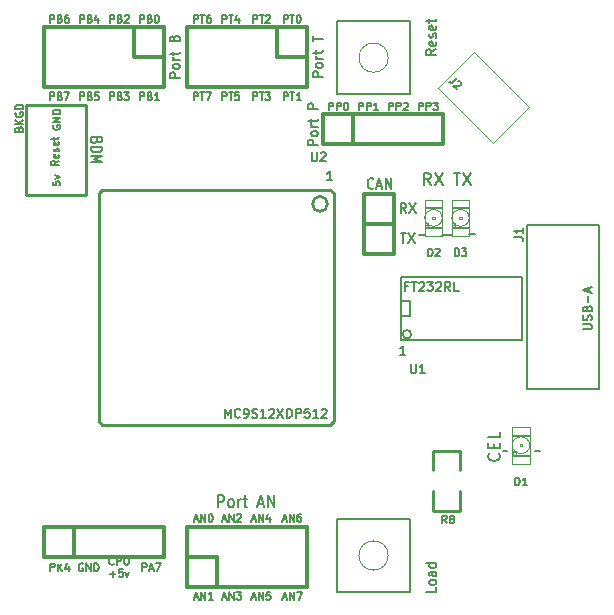
<source format=gto>
G04 #@! TF.FileFunction,Legend,Top*
%FSLAX46Y46*%
G04 Gerber Fmt 4.6, Leading zero omitted, Abs format (unit mm)*
G04 Created by KiCad (PCBNEW 4.0.2+dfsg1-stable) date Fri 18 May 2018 22:31:55 NZST*
%MOMM*%
G01*
G04 APERTURE LIST*
%ADD10C,0.150000*%
%ADD11C,0.170000*%
%ADD12C,0.127000*%
%ADD13C,0.203200*%
%ADD14C,0.177800*%
%ADD15C,0.190000*%
%ADD16C,0.152400*%
%ADD17C,0.304800*%
%ADD18C,0.050800*%
%ADD19C,0.025400*%
%ADD20C,0.101600*%
%ADD21C,0.066040*%
%ADD22C,0.254000*%
%ADD23C,0.031750*%
G04 APERTURE END LIST*
D10*
D11*
X139590476Y-75204524D02*
X140047619Y-75204524D01*
X139819048Y-76054524D02*
X139819048Y-75204524D01*
X140238096Y-75204524D02*
X140771429Y-76054524D01*
X140771429Y-75204524D02*
X140238096Y-76054524D01*
X140066667Y-73514524D02*
X139800000Y-73109762D01*
X139609524Y-73514524D02*
X139609524Y-72664524D01*
X139914286Y-72664524D01*
X139990477Y-72705000D01*
X140028572Y-72745476D01*
X140066667Y-72826429D01*
X140066667Y-72947857D01*
X140028572Y-73028810D01*
X139990477Y-73069286D01*
X139914286Y-73109762D01*
X139609524Y-73109762D01*
X140333334Y-72664524D02*
X140866667Y-73514524D01*
X140866667Y-72664524D02*
X140333334Y-73514524D01*
X137285715Y-71353571D02*
X137247620Y-71394048D01*
X137133334Y-71434524D01*
X137057144Y-71434524D01*
X136942858Y-71394048D01*
X136866667Y-71313095D01*
X136828572Y-71232143D01*
X136790477Y-71070238D01*
X136790477Y-70948810D01*
X136828572Y-70786905D01*
X136866667Y-70705952D01*
X136942858Y-70625000D01*
X137057144Y-70584524D01*
X137133334Y-70584524D01*
X137247620Y-70625000D01*
X137285715Y-70665476D01*
X137590477Y-71191667D02*
X137971429Y-71191667D01*
X137514286Y-71434524D02*
X137780953Y-70584524D01*
X138047620Y-71434524D01*
X138314286Y-71434524D02*
X138314286Y-70584524D01*
X138771429Y-71434524D01*
X138771429Y-70584524D01*
D12*
X109903809Y-63937262D02*
X109903809Y-63302262D01*
X110145714Y-63302262D01*
X110206190Y-63332500D01*
X110236429Y-63362738D01*
X110266667Y-63423214D01*
X110266667Y-63513929D01*
X110236429Y-63574405D01*
X110206190Y-63604643D01*
X110145714Y-63634881D01*
X109903809Y-63634881D01*
X110750476Y-63604643D02*
X110841190Y-63634881D01*
X110871429Y-63665119D01*
X110901667Y-63725595D01*
X110901667Y-63816310D01*
X110871429Y-63876786D01*
X110841190Y-63907024D01*
X110780714Y-63937262D01*
X110538809Y-63937262D01*
X110538809Y-63302262D01*
X110750476Y-63302262D01*
X110810952Y-63332500D01*
X110841190Y-63362738D01*
X110871429Y-63423214D01*
X110871429Y-63483690D01*
X110841190Y-63544167D01*
X110810952Y-63574405D01*
X110750476Y-63604643D01*
X110538809Y-63604643D01*
X111113333Y-63302262D02*
X111536667Y-63302262D01*
X111264524Y-63937262D01*
X112443809Y-63937262D02*
X112443809Y-63302262D01*
X112685714Y-63302262D01*
X112746190Y-63332500D01*
X112776429Y-63362738D01*
X112806667Y-63423214D01*
X112806667Y-63513929D01*
X112776429Y-63574405D01*
X112746190Y-63604643D01*
X112685714Y-63634881D01*
X112443809Y-63634881D01*
X113290476Y-63604643D02*
X113381190Y-63634881D01*
X113411429Y-63665119D01*
X113441667Y-63725595D01*
X113441667Y-63816310D01*
X113411429Y-63876786D01*
X113381190Y-63907024D01*
X113320714Y-63937262D01*
X113078809Y-63937262D01*
X113078809Y-63302262D01*
X113290476Y-63302262D01*
X113350952Y-63332500D01*
X113381190Y-63362738D01*
X113411429Y-63423214D01*
X113411429Y-63483690D01*
X113381190Y-63544167D01*
X113350952Y-63574405D01*
X113290476Y-63604643D01*
X113078809Y-63604643D01*
X114016190Y-63302262D02*
X113713809Y-63302262D01*
X113683571Y-63604643D01*
X113713809Y-63574405D01*
X113774286Y-63544167D01*
X113925476Y-63544167D01*
X113985952Y-63574405D01*
X114016190Y-63604643D01*
X114046429Y-63665119D01*
X114046429Y-63816310D01*
X114016190Y-63876786D01*
X113985952Y-63907024D01*
X113925476Y-63937262D01*
X113774286Y-63937262D01*
X113713809Y-63907024D01*
X113683571Y-63876786D01*
X114983809Y-63937262D02*
X114983809Y-63302262D01*
X115225714Y-63302262D01*
X115286190Y-63332500D01*
X115316429Y-63362738D01*
X115346667Y-63423214D01*
X115346667Y-63513929D01*
X115316429Y-63574405D01*
X115286190Y-63604643D01*
X115225714Y-63634881D01*
X114983809Y-63634881D01*
X115830476Y-63604643D02*
X115921190Y-63634881D01*
X115951429Y-63665119D01*
X115981667Y-63725595D01*
X115981667Y-63816310D01*
X115951429Y-63876786D01*
X115921190Y-63907024D01*
X115860714Y-63937262D01*
X115618809Y-63937262D01*
X115618809Y-63302262D01*
X115830476Y-63302262D01*
X115890952Y-63332500D01*
X115921190Y-63362738D01*
X115951429Y-63423214D01*
X115951429Y-63483690D01*
X115921190Y-63544167D01*
X115890952Y-63574405D01*
X115830476Y-63604643D01*
X115618809Y-63604643D01*
X116193333Y-63302262D02*
X116586429Y-63302262D01*
X116374762Y-63544167D01*
X116465476Y-63544167D01*
X116525952Y-63574405D01*
X116556190Y-63604643D01*
X116586429Y-63665119D01*
X116586429Y-63816310D01*
X116556190Y-63876786D01*
X116525952Y-63907024D01*
X116465476Y-63937262D01*
X116284048Y-63937262D01*
X116223571Y-63907024D01*
X116193333Y-63876786D01*
X117523809Y-63937262D02*
X117523809Y-63302262D01*
X117765714Y-63302262D01*
X117826190Y-63332500D01*
X117856429Y-63362738D01*
X117886667Y-63423214D01*
X117886667Y-63513929D01*
X117856429Y-63574405D01*
X117826190Y-63604643D01*
X117765714Y-63634881D01*
X117523809Y-63634881D01*
X118370476Y-63604643D02*
X118461190Y-63634881D01*
X118491429Y-63665119D01*
X118521667Y-63725595D01*
X118521667Y-63816310D01*
X118491429Y-63876786D01*
X118461190Y-63907024D01*
X118400714Y-63937262D01*
X118158809Y-63937262D01*
X118158809Y-63302262D01*
X118370476Y-63302262D01*
X118430952Y-63332500D01*
X118461190Y-63362738D01*
X118491429Y-63423214D01*
X118491429Y-63483690D01*
X118461190Y-63544167D01*
X118430952Y-63574405D01*
X118370476Y-63604643D01*
X118158809Y-63604643D01*
X119126429Y-63937262D02*
X118763571Y-63937262D01*
X118945000Y-63937262D02*
X118945000Y-63302262D01*
X118884524Y-63392976D01*
X118824048Y-63453452D01*
X118763571Y-63483690D01*
X109903809Y-57387262D02*
X109903809Y-56752262D01*
X110145714Y-56752262D01*
X110206190Y-56782500D01*
X110236429Y-56812738D01*
X110266667Y-56873214D01*
X110266667Y-56963929D01*
X110236429Y-57024405D01*
X110206190Y-57054643D01*
X110145714Y-57084881D01*
X109903809Y-57084881D01*
X110750476Y-57054643D02*
X110841190Y-57084881D01*
X110871429Y-57115119D01*
X110901667Y-57175595D01*
X110901667Y-57266310D01*
X110871429Y-57326786D01*
X110841190Y-57357024D01*
X110780714Y-57387262D01*
X110538809Y-57387262D01*
X110538809Y-56752262D01*
X110750476Y-56752262D01*
X110810952Y-56782500D01*
X110841190Y-56812738D01*
X110871429Y-56873214D01*
X110871429Y-56933690D01*
X110841190Y-56994167D01*
X110810952Y-57024405D01*
X110750476Y-57054643D01*
X110538809Y-57054643D01*
X111445952Y-56752262D02*
X111325000Y-56752262D01*
X111264524Y-56782500D01*
X111234286Y-56812738D01*
X111173809Y-56903452D01*
X111143571Y-57024405D01*
X111143571Y-57266310D01*
X111173809Y-57326786D01*
X111204048Y-57357024D01*
X111264524Y-57387262D01*
X111385476Y-57387262D01*
X111445952Y-57357024D01*
X111476190Y-57326786D01*
X111506429Y-57266310D01*
X111506429Y-57115119D01*
X111476190Y-57054643D01*
X111445952Y-57024405D01*
X111385476Y-56994167D01*
X111264524Y-56994167D01*
X111204048Y-57024405D01*
X111173809Y-57054643D01*
X111143571Y-57115119D01*
X112443809Y-57387262D02*
X112443809Y-56752262D01*
X112685714Y-56752262D01*
X112746190Y-56782500D01*
X112776429Y-56812738D01*
X112806667Y-56873214D01*
X112806667Y-56963929D01*
X112776429Y-57024405D01*
X112746190Y-57054643D01*
X112685714Y-57084881D01*
X112443809Y-57084881D01*
X113290476Y-57054643D02*
X113381190Y-57084881D01*
X113411429Y-57115119D01*
X113441667Y-57175595D01*
X113441667Y-57266310D01*
X113411429Y-57326786D01*
X113381190Y-57357024D01*
X113320714Y-57387262D01*
X113078809Y-57387262D01*
X113078809Y-56752262D01*
X113290476Y-56752262D01*
X113350952Y-56782500D01*
X113381190Y-56812738D01*
X113411429Y-56873214D01*
X113411429Y-56933690D01*
X113381190Y-56994167D01*
X113350952Y-57024405D01*
X113290476Y-57054643D01*
X113078809Y-57054643D01*
X113985952Y-56963929D02*
X113985952Y-57387262D01*
X113834762Y-56722024D02*
X113683571Y-57175595D01*
X114076667Y-57175595D01*
X114983809Y-57387262D02*
X114983809Y-56752262D01*
X115225714Y-56752262D01*
X115286190Y-56782500D01*
X115316429Y-56812738D01*
X115346667Y-56873214D01*
X115346667Y-56963929D01*
X115316429Y-57024405D01*
X115286190Y-57054643D01*
X115225714Y-57084881D01*
X114983809Y-57084881D01*
X115830476Y-57054643D02*
X115921190Y-57084881D01*
X115951429Y-57115119D01*
X115981667Y-57175595D01*
X115981667Y-57266310D01*
X115951429Y-57326786D01*
X115921190Y-57357024D01*
X115860714Y-57387262D01*
X115618809Y-57387262D01*
X115618809Y-56752262D01*
X115830476Y-56752262D01*
X115890952Y-56782500D01*
X115921190Y-56812738D01*
X115951429Y-56873214D01*
X115951429Y-56933690D01*
X115921190Y-56994167D01*
X115890952Y-57024405D01*
X115830476Y-57054643D01*
X115618809Y-57054643D01*
X116223571Y-56812738D02*
X116253809Y-56782500D01*
X116314286Y-56752262D01*
X116465476Y-56752262D01*
X116525952Y-56782500D01*
X116556190Y-56812738D01*
X116586429Y-56873214D01*
X116586429Y-56933690D01*
X116556190Y-57024405D01*
X116193333Y-57387262D01*
X116586429Y-57387262D01*
X117523809Y-57387262D02*
X117523809Y-56752262D01*
X117765714Y-56752262D01*
X117826190Y-56782500D01*
X117856429Y-56812738D01*
X117886667Y-56873214D01*
X117886667Y-56963929D01*
X117856429Y-57024405D01*
X117826190Y-57054643D01*
X117765714Y-57084881D01*
X117523809Y-57084881D01*
X118370476Y-57054643D02*
X118461190Y-57084881D01*
X118491429Y-57115119D01*
X118521667Y-57175595D01*
X118521667Y-57266310D01*
X118491429Y-57326786D01*
X118461190Y-57357024D01*
X118400714Y-57387262D01*
X118158809Y-57387262D01*
X118158809Y-56752262D01*
X118370476Y-56752262D01*
X118430952Y-56782500D01*
X118461190Y-56812738D01*
X118491429Y-56873214D01*
X118491429Y-56933690D01*
X118461190Y-56994167D01*
X118430952Y-57024405D01*
X118370476Y-57054643D01*
X118158809Y-57054643D01*
X118914762Y-56752262D02*
X118975238Y-56752262D01*
X119035714Y-56782500D01*
X119065952Y-56812738D01*
X119096190Y-56873214D01*
X119126429Y-56994167D01*
X119126429Y-57145357D01*
X119096190Y-57266310D01*
X119065952Y-57326786D01*
X119035714Y-57357024D01*
X118975238Y-57387262D01*
X118914762Y-57387262D01*
X118854286Y-57357024D01*
X118824048Y-57326786D01*
X118793809Y-57266310D01*
X118763571Y-57145357D01*
X118763571Y-56994167D01*
X118793809Y-56873214D01*
X118824048Y-56812738D01*
X118854286Y-56782500D01*
X118914762Y-56752262D01*
D11*
X120884524Y-62052381D02*
X120034524Y-62052381D01*
X120034524Y-61747619D01*
X120075000Y-61671428D01*
X120115476Y-61633333D01*
X120196429Y-61595238D01*
X120317857Y-61595238D01*
X120398810Y-61633333D01*
X120439286Y-61671428D01*
X120479762Y-61747619D01*
X120479762Y-62052381D01*
X120884524Y-61138095D02*
X120844048Y-61214286D01*
X120803571Y-61252381D01*
X120722619Y-61290476D01*
X120479762Y-61290476D01*
X120398810Y-61252381D01*
X120358333Y-61214286D01*
X120317857Y-61138095D01*
X120317857Y-61023809D01*
X120358333Y-60947619D01*
X120398810Y-60909524D01*
X120479762Y-60871428D01*
X120722619Y-60871428D01*
X120803571Y-60909524D01*
X120844048Y-60947619D01*
X120884524Y-61023809D01*
X120884524Y-61138095D01*
X120884524Y-60528571D02*
X120317857Y-60528571D01*
X120479762Y-60528571D02*
X120398810Y-60490476D01*
X120358333Y-60452380D01*
X120317857Y-60376190D01*
X120317857Y-60299999D01*
X120317857Y-60147619D02*
X120317857Y-59842857D01*
X120034524Y-60033333D02*
X120763095Y-60033333D01*
X120844048Y-59995238D01*
X120884524Y-59919047D01*
X120884524Y-59842857D01*
X120439286Y-58699999D02*
X120479762Y-58585713D01*
X120520238Y-58547618D01*
X120601190Y-58509523D01*
X120722619Y-58509523D01*
X120803571Y-58547618D01*
X120844048Y-58585713D01*
X120884524Y-58661904D01*
X120884524Y-58966666D01*
X120034524Y-58966666D01*
X120034524Y-58699999D01*
X120075000Y-58623809D01*
X120115476Y-58585713D01*
X120196429Y-58547618D01*
X120277381Y-58547618D01*
X120358333Y-58585713D01*
X120398810Y-58623809D01*
X120439286Y-58699999D01*
X120439286Y-58966666D01*
D12*
X141143809Y-64787262D02*
X141143809Y-64152262D01*
X141385714Y-64152262D01*
X141446190Y-64182500D01*
X141476429Y-64212738D01*
X141506667Y-64273214D01*
X141506667Y-64363929D01*
X141476429Y-64424405D01*
X141446190Y-64454643D01*
X141385714Y-64484881D01*
X141143809Y-64484881D01*
X141778809Y-64787262D02*
X141778809Y-64152262D01*
X142020714Y-64152262D01*
X142081190Y-64182500D01*
X142111429Y-64212738D01*
X142141667Y-64273214D01*
X142141667Y-64363929D01*
X142111429Y-64424405D01*
X142081190Y-64454643D01*
X142020714Y-64484881D01*
X141778809Y-64484881D01*
X142353333Y-64152262D02*
X142746429Y-64152262D01*
X142534762Y-64394167D01*
X142625476Y-64394167D01*
X142685952Y-64424405D01*
X142716190Y-64454643D01*
X142746429Y-64515119D01*
X142746429Y-64666310D01*
X142716190Y-64726786D01*
X142685952Y-64757024D01*
X142625476Y-64787262D01*
X142444048Y-64787262D01*
X142383571Y-64757024D01*
X142353333Y-64726786D01*
X138603809Y-64787262D02*
X138603809Y-64152262D01*
X138845714Y-64152262D01*
X138906190Y-64182500D01*
X138936429Y-64212738D01*
X138966667Y-64273214D01*
X138966667Y-64363929D01*
X138936429Y-64424405D01*
X138906190Y-64454643D01*
X138845714Y-64484881D01*
X138603809Y-64484881D01*
X139238809Y-64787262D02*
X139238809Y-64152262D01*
X139480714Y-64152262D01*
X139541190Y-64182500D01*
X139571429Y-64212738D01*
X139601667Y-64273214D01*
X139601667Y-64363929D01*
X139571429Y-64424405D01*
X139541190Y-64454643D01*
X139480714Y-64484881D01*
X139238809Y-64484881D01*
X139843571Y-64212738D02*
X139873809Y-64182500D01*
X139934286Y-64152262D01*
X140085476Y-64152262D01*
X140145952Y-64182500D01*
X140176190Y-64212738D01*
X140206429Y-64273214D01*
X140206429Y-64333690D01*
X140176190Y-64424405D01*
X139813333Y-64787262D01*
X140206429Y-64787262D01*
X136073809Y-64787262D02*
X136073809Y-64152262D01*
X136315714Y-64152262D01*
X136376190Y-64182500D01*
X136406429Y-64212738D01*
X136436667Y-64273214D01*
X136436667Y-64363929D01*
X136406429Y-64424405D01*
X136376190Y-64454643D01*
X136315714Y-64484881D01*
X136073809Y-64484881D01*
X136708809Y-64787262D02*
X136708809Y-64152262D01*
X136950714Y-64152262D01*
X137011190Y-64182500D01*
X137041429Y-64212738D01*
X137071667Y-64273214D01*
X137071667Y-64363929D01*
X137041429Y-64424405D01*
X137011190Y-64454643D01*
X136950714Y-64484881D01*
X136708809Y-64484881D01*
X137676429Y-64787262D02*
X137313571Y-64787262D01*
X137495000Y-64787262D02*
X137495000Y-64152262D01*
X137434524Y-64242976D01*
X137374048Y-64303452D01*
X137313571Y-64333690D01*
X133533809Y-64787262D02*
X133533809Y-64152262D01*
X133775714Y-64152262D01*
X133836190Y-64182500D01*
X133866429Y-64212738D01*
X133896667Y-64273214D01*
X133896667Y-64363929D01*
X133866429Y-64424405D01*
X133836190Y-64454643D01*
X133775714Y-64484881D01*
X133533809Y-64484881D01*
X134168809Y-64787262D02*
X134168809Y-64152262D01*
X134410714Y-64152262D01*
X134471190Y-64182500D01*
X134501429Y-64212738D01*
X134531667Y-64273214D01*
X134531667Y-64363929D01*
X134501429Y-64424405D01*
X134471190Y-64454643D01*
X134410714Y-64484881D01*
X134168809Y-64484881D01*
X134924762Y-64152262D02*
X134985238Y-64152262D01*
X135045714Y-64182500D01*
X135075952Y-64212738D01*
X135106190Y-64273214D01*
X135136429Y-64394167D01*
X135136429Y-64545357D01*
X135106190Y-64666310D01*
X135075952Y-64726786D01*
X135045714Y-64757024D01*
X134985238Y-64787262D01*
X134924762Y-64787262D01*
X134864286Y-64757024D01*
X134834048Y-64726786D01*
X134803809Y-64666310D01*
X134773571Y-64545357D01*
X134773571Y-64394167D01*
X134803809Y-64273214D01*
X134834048Y-64212738D01*
X134864286Y-64182500D01*
X134924762Y-64152262D01*
D11*
X132574524Y-67752381D02*
X131724524Y-67752381D01*
X131724524Y-67447619D01*
X131765000Y-67371428D01*
X131805476Y-67333333D01*
X131886429Y-67295238D01*
X132007857Y-67295238D01*
X132088810Y-67333333D01*
X132129286Y-67371428D01*
X132169762Y-67447619D01*
X132169762Y-67752381D01*
X132574524Y-66838095D02*
X132534048Y-66914286D01*
X132493571Y-66952381D01*
X132412619Y-66990476D01*
X132169762Y-66990476D01*
X132088810Y-66952381D01*
X132048333Y-66914286D01*
X132007857Y-66838095D01*
X132007857Y-66723809D01*
X132048333Y-66647619D01*
X132088810Y-66609524D01*
X132169762Y-66571428D01*
X132412619Y-66571428D01*
X132493571Y-66609524D01*
X132534048Y-66647619D01*
X132574524Y-66723809D01*
X132574524Y-66838095D01*
X132574524Y-66228571D02*
X132007857Y-66228571D01*
X132169762Y-66228571D02*
X132088810Y-66190476D01*
X132048333Y-66152380D01*
X132007857Y-66076190D01*
X132007857Y-65999999D01*
X132007857Y-65847619D02*
X132007857Y-65542857D01*
X131724524Y-65733333D02*
X132453095Y-65733333D01*
X132534048Y-65695238D01*
X132574524Y-65619047D01*
X132574524Y-65542857D01*
X132574524Y-64666666D02*
X131724524Y-64666666D01*
X131724524Y-64361904D01*
X131765000Y-64285713D01*
X131805476Y-64247618D01*
X131886429Y-64209523D01*
X132007857Y-64209523D01*
X132088810Y-64247618D01*
X132129286Y-64285713D01*
X132169762Y-64361904D01*
X132169762Y-64666666D01*
X113871429Y-67350000D02*
X113823810Y-67464286D01*
X113776190Y-67502381D01*
X113680952Y-67540476D01*
X113538095Y-67540476D01*
X113442857Y-67502381D01*
X113395238Y-67464286D01*
X113347619Y-67388095D01*
X113347619Y-67083333D01*
X114347619Y-67083333D01*
X114347619Y-67350000D01*
X114300000Y-67426190D01*
X114252381Y-67464286D01*
X114157143Y-67502381D01*
X114061905Y-67502381D01*
X113966667Y-67464286D01*
X113919048Y-67426190D01*
X113871429Y-67350000D01*
X113871429Y-67083333D01*
X113347619Y-67883333D02*
X114347619Y-67883333D01*
X114347619Y-68073809D01*
X114300000Y-68188095D01*
X114204762Y-68264286D01*
X114109524Y-68302381D01*
X113919048Y-68340476D01*
X113776190Y-68340476D01*
X113585714Y-68302381D01*
X113490476Y-68264286D01*
X113395238Y-68188095D01*
X113347619Y-68073809D01*
X113347619Y-67883333D01*
X113347619Y-68683333D02*
X114347619Y-68683333D01*
X113633333Y-68950000D01*
X114347619Y-69216667D01*
X113347619Y-69216667D01*
X132984524Y-61957143D02*
X132134524Y-61957143D01*
X132134524Y-61652381D01*
X132175000Y-61576190D01*
X132215476Y-61538095D01*
X132296429Y-61500000D01*
X132417857Y-61500000D01*
X132498810Y-61538095D01*
X132539286Y-61576190D01*
X132579762Y-61652381D01*
X132579762Y-61957143D01*
X132984524Y-61042857D02*
X132944048Y-61119048D01*
X132903571Y-61157143D01*
X132822619Y-61195238D01*
X132579762Y-61195238D01*
X132498810Y-61157143D01*
X132458333Y-61119048D01*
X132417857Y-61042857D01*
X132417857Y-60928571D01*
X132458333Y-60852381D01*
X132498810Y-60814286D01*
X132579762Y-60776190D01*
X132822619Y-60776190D01*
X132903571Y-60814286D01*
X132944048Y-60852381D01*
X132984524Y-60928571D01*
X132984524Y-61042857D01*
X132984524Y-60433333D02*
X132417857Y-60433333D01*
X132579762Y-60433333D02*
X132498810Y-60395238D01*
X132458333Y-60357142D01*
X132417857Y-60280952D01*
X132417857Y-60204761D01*
X132417857Y-60052381D02*
X132417857Y-59747619D01*
X132134524Y-59938095D02*
X132863095Y-59938095D01*
X132944048Y-59900000D01*
X132984524Y-59823809D01*
X132984524Y-59747619D01*
X132134524Y-58985714D02*
X132134524Y-58528571D01*
X132984524Y-58757142D02*
X132134524Y-58757142D01*
D13*
X124140501Y-98419619D02*
X124140501Y-97403619D01*
X124479167Y-97403619D01*
X124563834Y-97452000D01*
X124606167Y-97500381D01*
X124648501Y-97597143D01*
X124648501Y-97742286D01*
X124606167Y-97839048D01*
X124563834Y-97887429D01*
X124479167Y-97935810D01*
X124140501Y-97935810D01*
X125156501Y-98419619D02*
X125071834Y-98371238D01*
X125029501Y-98322857D01*
X124987167Y-98226095D01*
X124987167Y-97935810D01*
X125029501Y-97839048D01*
X125071834Y-97790667D01*
X125156501Y-97742286D01*
X125283501Y-97742286D01*
X125368167Y-97790667D01*
X125410501Y-97839048D01*
X125452834Y-97935810D01*
X125452834Y-98226095D01*
X125410501Y-98322857D01*
X125368167Y-98371238D01*
X125283501Y-98419619D01*
X125156501Y-98419619D01*
X125833834Y-98419619D02*
X125833834Y-97742286D01*
X125833834Y-97935810D02*
X125876167Y-97839048D01*
X125918500Y-97790667D01*
X126003167Y-97742286D01*
X126087834Y-97742286D01*
X126257167Y-97742286D02*
X126595833Y-97742286D01*
X126384167Y-97403619D02*
X126384167Y-98274476D01*
X126426500Y-98371238D01*
X126511167Y-98419619D01*
X126595833Y-98419619D01*
X127527166Y-98129333D02*
X127950500Y-98129333D01*
X127442500Y-98419619D02*
X127738833Y-97403619D01*
X128035166Y-98419619D01*
X128331500Y-98419619D02*
X128331500Y-97403619D01*
X128839500Y-98419619D01*
X128839500Y-97403619D01*
D11*
X142607143Y-59640476D02*
X142178571Y-59907143D01*
X142607143Y-60097619D02*
X141707143Y-60097619D01*
X141707143Y-59792857D01*
X141750000Y-59716666D01*
X141792857Y-59678571D01*
X141878571Y-59640476D01*
X142007143Y-59640476D01*
X142092857Y-59678571D01*
X142135714Y-59716666D01*
X142178571Y-59792857D01*
X142178571Y-60097619D01*
X142564286Y-58992857D02*
X142607143Y-59069047D01*
X142607143Y-59221428D01*
X142564286Y-59297619D01*
X142478571Y-59335714D01*
X142135714Y-59335714D01*
X142050000Y-59297619D01*
X142007143Y-59221428D01*
X142007143Y-59069047D01*
X142050000Y-58992857D01*
X142135714Y-58954762D01*
X142221429Y-58954762D01*
X142307143Y-59335714D01*
X142564286Y-58650000D02*
X142607143Y-58573810D01*
X142607143Y-58421429D01*
X142564286Y-58345238D01*
X142478571Y-58307143D01*
X142435714Y-58307143D01*
X142350000Y-58345238D01*
X142307143Y-58421429D01*
X142307143Y-58535714D01*
X142264286Y-58611905D01*
X142178571Y-58650000D01*
X142135714Y-58650000D01*
X142050000Y-58611905D01*
X142007143Y-58535714D01*
X142007143Y-58421429D01*
X142050000Y-58345238D01*
X142564286Y-57659524D02*
X142607143Y-57735714D01*
X142607143Y-57888095D01*
X142564286Y-57964286D01*
X142478571Y-58002381D01*
X142135714Y-58002381D01*
X142050000Y-57964286D01*
X142007143Y-57888095D01*
X142007143Y-57735714D01*
X142050000Y-57659524D01*
X142135714Y-57621429D01*
X142221429Y-57621429D01*
X142307143Y-58002381D01*
X142007143Y-57392858D02*
X142007143Y-57088096D01*
X141707143Y-57278572D02*
X142478571Y-57278572D01*
X142564286Y-57240477D01*
X142607143Y-57164286D01*
X142607143Y-57088096D01*
X142607143Y-105208095D02*
X142607143Y-105589048D01*
X141707143Y-105589048D01*
X142607143Y-104827143D02*
X142564286Y-104903334D01*
X142521429Y-104941429D01*
X142435714Y-104979524D01*
X142178571Y-104979524D01*
X142092857Y-104941429D01*
X142050000Y-104903334D01*
X142007143Y-104827143D01*
X142007143Y-104712857D01*
X142050000Y-104636667D01*
X142092857Y-104598572D01*
X142178571Y-104560476D01*
X142435714Y-104560476D01*
X142521429Y-104598572D01*
X142564286Y-104636667D01*
X142607143Y-104712857D01*
X142607143Y-104827143D01*
X142607143Y-103874762D02*
X142135714Y-103874762D01*
X142050000Y-103912857D01*
X142007143Y-103989047D01*
X142007143Y-104141428D01*
X142050000Y-104217619D01*
X142564286Y-103874762D02*
X142607143Y-103950952D01*
X142607143Y-104141428D01*
X142564286Y-104217619D01*
X142478571Y-104255714D01*
X142392857Y-104255714D01*
X142307143Y-104217619D01*
X142264286Y-104141428D01*
X142264286Y-103950952D01*
X142221429Y-103874762D01*
X142607143Y-103150952D02*
X141707143Y-103150952D01*
X142564286Y-103150952D02*
X142607143Y-103227142D01*
X142607143Y-103379523D01*
X142564286Y-103455714D01*
X142521429Y-103493809D01*
X142435714Y-103531904D01*
X142178571Y-103531904D01*
X142092857Y-103493809D01*
X142050000Y-103455714D01*
X142007143Y-103379523D01*
X142007143Y-103227142D01*
X142050000Y-103150952D01*
D12*
X109933809Y-103817262D02*
X109933809Y-103182262D01*
X110175714Y-103182262D01*
X110236190Y-103212500D01*
X110266429Y-103242738D01*
X110296667Y-103303214D01*
X110296667Y-103393929D01*
X110266429Y-103454405D01*
X110236190Y-103484643D01*
X110175714Y-103514881D01*
X109933809Y-103514881D01*
X110568809Y-103817262D02*
X110568809Y-103182262D01*
X110931667Y-103817262D02*
X110659524Y-103454405D01*
X110931667Y-103182262D02*
X110568809Y-103545119D01*
X111475952Y-103393929D02*
X111475952Y-103817262D01*
X111324762Y-103152024D02*
X111173571Y-103605595D01*
X111566667Y-103605595D01*
X112686191Y-103202500D02*
X112625714Y-103172262D01*
X112535000Y-103172262D01*
X112444286Y-103202500D01*
X112383810Y-103262976D01*
X112353571Y-103323452D01*
X112323333Y-103444405D01*
X112323333Y-103535119D01*
X112353571Y-103656071D01*
X112383810Y-103716548D01*
X112444286Y-103777024D01*
X112535000Y-103807262D01*
X112595476Y-103807262D01*
X112686191Y-103777024D01*
X112716429Y-103746786D01*
X112716429Y-103535119D01*
X112595476Y-103535119D01*
X112988571Y-103807262D02*
X112988571Y-103172262D01*
X113351429Y-103807262D01*
X113351429Y-103172262D01*
X113653809Y-103807262D02*
X113653809Y-103172262D01*
X113805000Y-103172262D01*
X113895714Y-103202500D01*
X113956190Y-103262976D01*
X113986429Y-103323452D01*
X114016667Y-103444405D01*
X114016667Y-103535119D01*
X113986429Y-103656071D01*
X113956190Y-103716548D01*
X113895714Y-103777024D01*
X113805000Y-103807262D01*
X113653809Y-103807262D01*
X144326217Y-62104441D02*
X144005494Y-62425164D01*
X143919967Y-62467928D01*
X143834441Y-62467928D01*
X143748914Y-62425164D01*
X143706151Y-62382401D01*
X144475888Y-62339638D02*
X144518651Y-62339638D01*
X144582796Y-62361020D01*
X144689704Y-62467928D01*
X144711085Y-62532072D01*
X144711085Y-62574835D01*
X144689704Y-62638980D01*
X144646941Y-62681743D01*
X144561414Y-62724506D01*
X144048257Y-62724506D01*
X144326217Y-63002467D01*
X115296429Y-103218786D02*
X115266191Y-103249024D01*
X115175476Y-103279262D01*
X115115000Y-103279262D01*
X115024286Y-103249024D01*
X114963810Y-103188548D01*
X114933571Y-103128071D01*
X114903333Y-103007119D01*
X114903333Y-102916405D01*
X114933571Y-102795452D01*
X114963810Y-102734976D01*
X115024286Y-102674500D01*
X115115000Y-102644262D01*
X115175476Y-102644262D01*
X115266191Y-102674500D01*
X115296429Y-102704738D01*
X115568571Y-103279262D02*
X115568571Y-102644262D01*
X115810476Y-102644262D01*
X115870952Y-102674500D01*
X115901191Y-102704738D01*
X115931429Y-102765214D01*
X115931429Y-102855929D01*
X115901191Y-102916405D01*
X115870952Y-102946643D01*
X115810476Y-102976881D01*
X115568571Y-102976881D01*
X116203571Y-102644262D02*
X116203571Y-103158310D01*
X116233810Y-103218786D01*
X116264048Y-103249024D01*
X116324524Y-103279262D01*
X116445476Y-103279262D01*
X116505952Y-103249024D01*
X116536191Y-103218786D01*
X116566429Y-103158310D01*
X116566429Y-102644262D01*
X114963809Y-104053357D02*
X115447619Y-104053357D01*
X115205714Y-104295262D02*
X115205714Y-103811452D01*
X116052380Y-103660262D02*
X115749999Y-103660262D01*
X115719761Y-103962643D01*
X115749999Y-103932405D01*
X115810476Y-103902167D01*
X115961666Y-103902167D01*
X116022142Y-103932405D01*
X116052380Y-103962643D01*
X116082619Y-104023119D01*
X116082619Y-104174310D01*
X116052380Y-104234786D01*
X116022142Y-104265024D01*
X115961666Y-104295262D01*
X115810476Y-104295262D01*
X115749999Y-104265024D01*
X115719761Y-104234786D01*
X116294285Y-103871929D02*
X116445476Y-104295262D01*
X116596666Y-103871929D01*
X122113809Y-106055833D02*
X122416190Y-106055833D01*
X122053333Y-106237262D02*
X122265000Y-105602262D01*
X122476667Y-106237262D01*
X122688333Y-106237262D02*
X122688333Y-105602262D01*
X123051191Y-106237262D01*
X123051191Y-105602262D01*
X123686191Y-106237262D02*
X123323333Y-106237262D01*
X123504762Y-106237262D02*
X123504762Y-105602262D01*
X123444286Y-105692976D01*
X123383810Y-105753452D01*
X123323333Y-105783690D01*
X124513809Y-106055833D02*
X124816190Y-106055833D01*
X124453333Y-106237262D02*
X124665000Y-105602262D01*
X124876667Y-106237262D01*
X125088333Y-106237262D02*
X125088333Y-105602262D01*
X125451191Y-106237262D01*
X125451191Y-105602262D01*
X125693095Y-105602262D02*
X126086191Y-105602262D01*
X125874524Y-105844167D01*
X125965238Y-105844167D01*
X126025714Y-105874405D01*
X126055952Y-105904643D01*
X126086191Y-105965119D01*
X126086191Y-106116310D01*
X126055952Y-106176786D01*
X126025714Y-106207024D01*
X125965238Y-106237262D01*
X125783810Y-106237262D01*
X125723333Y-106207024D01*
X125693095Y-106176786D01*
X127013809Y-106055833D02*
X127316190Y-106055833D01*
X126953333Y-106237262D02*
X127165000Y-105602262D01*
X127376667Y-106237262D01*
X127588333Y-106237262D02*
X127588333Y-105602262D01*
X127951191Y-106237262D01*
X127951191Y-105602262D01*
X128555952Y-105602262D02*
X128253571Y-105602262D01*
X128223333Y-105904643D01*
X128253571Y-105874405D01*
X128314048Y-105844167D01*
X128465238Y-105844167D01*
X128525714Y-105874405D01*
X128555952Y-105904643D01*
X128586191Y-105965119D01*
X128586191Y-106116310D01*
X128555952Y-106176786D01*
X128525714Y-106207024D01*
X128465238Y-106237262D01*
X128314048Y-106237262D01*
X128253571Y-106207024D01*
X128223333Y-106176786D01*
X129613809Y-106055833D02*
X129916190Y-106055833D01*
X129553333Y-106237262D02*
X129765000Y-105602262D01*
X129976667Y-106237262D01*
X130188333Y-106237262D02*
X130188333Y-105602262D01*
X130551191Y-106237262D01*
X130551191Y-105602262D01*
X130793095Y-105602262D02*
X131216429Y-105602262D01*
X130944286Y-106237262D01*
X117729166Y-103807262D02*
X117729166Y-103172262D01*
X117971071Y-103172262D01*
X118031547Y-103202500D01*
X118061786Y-103232738D01*
X118092024Y-103293214D01*
X118092024Y-103383929D01*
X118061786Y-103444405D01*
X118031547Y-103474643D01*
X117971071Y-103504881D01*
X117729166Y-103504881D01*
X118333928Y-103625833D02*
X118636309Y-103625833D01*
X118273452Y-103807262D02*
X118485119Y-103172262D01*
X118696786Y-103807262D01*
X118847976Y-103172262D02*
X119271310Y-103172262D01*
X118999167Y-103807262D01*
X129689404Y-63937262D02*
X129689404Y-63302262D01*
X129931309Y-63302262D01*
X129991785Y-63332500D01*
X130022024Y-63362738D01*
X130052262Y-63423214D01*
X130052262Y-63513929D01*
X130022024Y-63574405D01*
X129991785Y-63604643D01*
X129931309Y-63634881D01*
X129689404Y-63634881D01*
X130233690Y-63302262D02*
X130596547Y-63302262D01*
X130415119Y-63937262D02*
X130415119Y-63302262D01*
X131140834Y-63937262D02*
X130777976Y-63937262D01*
X130959405Y-63937262D02*
X130959405Y-63302262D01*
X130898929Y-63392976D01*
X130838453Y-63453452D01*
X130777976Y-63483690D01*
X127089404Y-63937262D02*
X127089404Y-63302262D01*
X127331309Y-63302262D01*
X127391785Y-63332500D01*
X127422024Y-63362738D01*
X127452262Y-63423214D01*
X127452262Y-63513929D01*
X127422024Y-63574405D01*
X127391785Y-63604643D01*
X127331309Y-63634881D01*
X127089404Y-63634881D01*
X127633690Y-63302262D02*
X127996547Y-63302262D01*
X127815119Y-63937262D02*
X127815119Y-63302262D01*
X128147738Y-63302262D02*
X128540834Y-63302262D01*
X128329167Y-63544167D01*
X128419881Y-63544167D01*
X128480357Y-63574405D01*
X128510595Y-63604643D01*
X128540834Y-63665119D01*
X128540834Y-63816310D01*
X128510595Y-63876786D01*
X128480357Y-63907024D01*
X128419881Y-63937262D01*
X128238453Y-63937262D01*
X128177976Y-63907024D01*
X128147738Y-63876786D01*
X129689404Y-57387262D02*
X129689404Y-56752262D01*
X129931309Y-56752262D01*
X129991785Y-56782500D01*
X130022024Y-56812738D01*
X130052262Y-56873214D01*
X130052262Y-56963929D01*
X130022024Y-57024405D01*
X129991785Y-57054643D01*
X129931309Y-57084881D01*
X129689404Y-57084881D01*
X130233690Y-56752262D02*
X130596547Y-56752262D01*
X130415119Y-57387262D02*
X130415119Y-56752262D01*
X130929167Y-56752262D02*
X130989643Y-56752262D01*
X131050119Y-56782500D01*
X131080357Y-56812738D01*
X131110595Y-56873214D01*
X131140834Y-56994167D01*
X131140834Y-57145357D01*
X131110595Y-57266310D01*
X131080357Y-57326786D01*
X131050119Y-57357024D01*
X130989643Y-57387262D01*
X130929167Y-57387262D01*
X130868691Y-57357024D01*
X130838453Y-57326786D01*
X130808214Y-57266310D01*
X130777976Y-57145357D01*
X130777976Y-56994167D01*
X130808214Y-56873214D01*
X130838453Y-56812738D01*
X130868691Y-56782500D01*
X130929167Y-56752262D01*
X127089404Y-57387262D02*
X127089404Y-56752262D01*
X127331309Y-56752262D01*
X127391785Y-56782500D01*
X127422024Y-56812738D01*
X127452262Y-56873214D01*
X127452262Y-56963929D01*
X127422024Y-57024405D01*
X127391785Y-57054643D01*
X127331309Y-57084881D01*
X127089404Y-57084881D01*
X127633690Y-56752262D02*
X127996547Y-56752262D01*
X127815119Y-57387262D02*
X127815119Y-56752262D01*
X128177976Y-56812738D02*
X128208214Y-56782500D01*
X128268691Y-56752262D01*
X128419881Y-56752262D01*
X128480357Y-56782500D01*
X128510595Y-56812738D01*
X128540834Y-56873214D01*
X128540834Y-56933690D01*
X128510595Y-57024405D01*
X128147738Y-57387262D01*
X128540834Y-57387262D01*
X122113809Y-99455833D02*
X122416190Y-99455833D01*
X122053333Y-99637262D02*
X122265000Y-99002262D01*
X122476667Y-99637262D01*
X122688333Y-99637262D02*
X122688333Y-99002262D01*
X123051191Y-99637262D01*
X123051191Y-99002262D01*
X123474524Y-99002262D02*
X123535000Y-99002262D01*
X123595476Y-99032500D01*
X123625714Y-99062738D01*
X123655952Y-99123214D01*
X123686191Y-99244167D01*
X123686191Y-99395357D01*
X123655952Y-99516310D01*
X123625714Y-99576786D01*
X123595476Y-99607024D01*
X123535000Y-99637262D01*
X123474524Y-99637262D01*
X123414048Y-99607024D01*
X123383810Y-99576786D01*
X123353571Y-99516310D01*
X123323333Y-99395357D01*
X123323333Y-99244167D01*
X123353571Y-99123214D01*
X123383810Y-99062738D01*
X123414048Y-99032500D01*
X123474524Y-99002262D01*
X124513809Y-99455833D02*
X124816190Y-99455833D01*
X124453333Y-99637262D02*
X124665000Y-99002262D01*
X124876667Y-99637262D01*
X125088333Y-99637262D02*
X125088333Y-99002262D01*
X125451191Y-99637262D01*
X125451191Y-99002262D01*
X125723333Y-99062738D02*
X125753571Y-99032500D01*
X125814048Y-99002262D01*
X125965238Y-99002262D01*
X126025714Y-99032500D01*
X126055952Y-99062738D01*
X126086191Y-99123214D01*
X126086191Y-99183690D01*
X126055952Y-99274405D01*
X125693095Y-99637262D01*
X126086191Y-99637262D01*
X127013809Y-99455833D02*
X127316190Y-99455833D01*
X126953333Y-99637262D02*
X127165000Y-99002262D01*
X127376667Y-99637262D01*
X127588333Y-99637262D02*
X127588333Y-99002262D01*
X127951191Y-99637262D01*
X127951191Y-99002262D01*
X128525714Y-99213929D02*
X128525714Y-99637262D01*
X128374524Y-98972024D02*
X128223333Y-99425595D01*
X128616429Y-99425595D01*
X129613809Y-99455833D02*
X129916190Y-99455833D01*
X129553333Y-99637262D02*
X129765000Y-99002262D01*
X129976667Y-99637262D01*
X130188333Y-99637262D02*
X130188333Y-99002262D01*
X130551191Y-99637262D01*
X130551191Y-99002262D01*
X131125714Y-99002262D02*
X131004762Y-99002262D01*
X130944286Y-99032500D01*
X130914048Y-99062738D01*
X130853571Y-99153452D01*
X130823333Y-99274405D01*
X130823333Y-99516310D01*
X130853571Y-99576786D01*
X130883810Y-99607024D01*
X130944286Y-99637262D01*
X131065238Y-99637262D01*
X131125714Y-99607024D01*
X131155952Y-99576786D01*
X131186191Y-99516310D01*
X131186191Y-99365119D01*
X131155952Y-99304643D01*
X131125714Y-99274405D01*
X131065238Y-99244167D01*
X130944286Y-99244167D01*
X130883810Y-99274405D01*
X130853571Y-99304643D01*
X130823333Y-99365119D01*
X124489404Y-57387262D02*
X124489404Y-56752262D01*
X124731309Y-56752262D01*
X124791785Y-56782500D01*
X124822024Y-56812738D01*
X124852262Y-56873214D01*
X124852262Y-56963929D01*
X124822024Y-57024405D01*
X124791785Y-57054643D01*
X124731309Y-57084881D01*
X124489404Y-57084881D01*
X125033690Y-56752262D02*
X125396547Y-56752262D01*
X125215119Y-57387262D02*
X125215119Y-56752262D01*
X125880357Y-56963929D02*
X125880357Y-57387262D01*
X125729167Y-56722024D02*
X125577976Y-57175595D01*
X125971072Y-57175595D01*
X122089404Y-57387262D02*
X122089404Y-56752262D01*
X122331309Y-56752262D01*
X122391785Y-56782500D01*
X122422024Y-56812738D01*
X122452262Y-56873214D01*
X122452262Y-56963929D01*
X122422024Y-57024405D01*
X122391785Y-57054643D01*
X122331309Y-57084881D01*
X122089404Y-57084881D01*
X122633690Y-56752262D02*
X122996547Y-56752262D01*
X122815119Y-57387262D02*
X122815119Y-56752262D01*
X123480357Y-56752262D02*
X123359405Y-56752262D01*
X123298929Y-56782500D01*
X123268691Y-56812738D01*
X123208214Y-56903452D01*
X123177976Y-57024405D01*
X123177976Y-57266310D01*
X123208214Y-57326786D01*
X123238453Y-57357024D01*
X123298929Y-57387262D01*
X123419881Y-57387262D01*
X123480357Y-57357024D01*
X123510595Y-57326786D01*
X123540834Y-57266310D01*
X123540834Y-57115119D01*
X123510595Y-57054643D01*
X123480357Y-57024405D01*
X123419881Y-56994167D01*
X123298929Y-56994167D01*
X123238453Y-57024405D01*
X123208214Y-57054643D01*
X123177976Y-57115119D01*
X124489404Y-63937262D02*
X124489404Y-63302262D01*
X124731309Y-63302262D01*
X124791785Y-63332500D01*
X124822024Y-63362738D01*
X124852262Y-63423214D01*
X124852262Y-63513929D01*
X124822024Y-63574405D01*
X124791785Y-63604643D01*
X124731309Y-63634881D01*
X124489404Y-63634881D01*
X125033690Y-63302262D02*
X125396547Y-63302262D01*
X125215119Y-63937262D02*
X125215119Y-63302262D01*
X125910595Y-63302262D02*
X125608214Y-63302262D01*
X125577976Y-63604643D01*
X125608214Y-63574405D01*
X125668691Y-63544167D01*
X125819881Y-63544167D01*
X125880357Y-63574405D01*
X125910595Y-63604643D01*
X125940834Y-63665119D01*
X125940834Y-63816310D01*
X125910595Y-63876786D01*
X125880357Y-63907024D01*
X125819881Y-63937262D01*
X125668691Y-63937262D01*
X125608214Y-63907024D01*
X125577976Y-63876786D01*
X122089404Y-63937262D02*
X122089404Y-63302262D01*
X122331309Y-63302262D01*
X122391785Y-63332500D01*
X122422024Y-63362738D01*
X122452262Y-63423214D01*
X122452262Y-63513929D01*
X122422024Y-63574405D01*
X122391785Y-63604643D01*
X122331309Y-63634881D01*
X122089404Y-63634881D01*
X122633690Y-63302262D02*
X122996547Y-63302262D01*
X122815119Y-63937262D02*
X122815119Y-63302262D01*
X123147738Y-63302262D02*
X123571072Y-63302262D01*
X123298929Y-63937262D01*
D14*
X142121467Y-71130039D02*
X141782801Y-70646230D01*
X141540896Y-71130039D02*
X141540896Y-70114039D01*
X141927943Y-70114039D01*
X142024705Y-70162420D01*
X142073086Y-70210801D01*
X142121467Y-70307563D01*
X142121467Y-70452706D01*
X142073086Y-70549468D01*
X142024705Y-70597849D01*
X141927943Y-70646230D01*
X141540896Y-70646230D01*
X142460134Y-70114039D02*
X143137467Y-71130039D01*
X143137467Y-70114039D02*
X142460134Y-71130039D01*
X144074485Y-70154679D02*
X144655056Y-70154679D01*
X144364771Y-71170679D02*
X144364771Y-70154679D01*
X144896961Y-70154679D02*
X145574294Y-71170679D01*
X145574294Y-70154679D02*
X144896961Y-71170679D01*
D15*
X147902857Y-93866381D02*
X147951238Y-93914762D01*
X147999619Y-94059905D01*
X147999619Y-94156667D01*
X147951238Y-94301809D01*
X147854476Y-94398571D01*
X147757714Y-94446952D01*
X147564190Y-94495333D01*
X147419048Y-94495333D01*
X147225524Y-94446952D01*
X147128762Y-94398571D01*
X147032000Y-94301809D01*
X146983619Y-94156667D01*
X146983619Y-94059905D01*
X147032000Y-93914762D01*
X147080381Y-93866381D01*
X147467429Y-93430952D02*
X147467429Y-93092286D01*
X147999619Y-92947143D02*
X147999619Y-93430952D01*
X146983619Y-93430952D01*
X146983619Y-92947143D01*
X147999619Y-92027905D02*
X147999619Y-92511714D01*
X146983619Y-92511714D01*
D12*
X155012934Y-83359897D02*
X155629791Y-83359897D01*
X155702363Y-83323612D01*
X155738649Y-83287326D01*
X155774934Y-83214755D01*
X155774934Y-83069612D01*
X155738649Y-82997040D01*
X155702363Y-82960755D01*
X155629791Y-82924469D01*
X155012934Y-82924469D01*
X155738649Y-82597897D02*
X155774934Y-82489040D01*
X155774934Y-82307611D01*
X155738649Y-82235040D01*
X155702363Y-82198754D01*
X155629791Y-82162469D01*
X155557220Y-82162469D01*
X155484649Y-82198754D01*
X155448363Y-82235040D01*
X155412077Y-82307611D01*
X155375791Y-82452754D01*
X155339506Y-82525326D01*
X155303220Y-82561611D01*
X155230649Y-82597897D01*
X155158077Y-82597897D01*
X155085506Y-82561611D01*
X155049220Y-82525326D01*
X155012934Y-82452754D01*
X155012934Y-82271326D01*
X155049220Y-82162469D01*
X155375791Y-81581897D02*
X155412077Y-81473040D01*
X155448363Y-81436755D01*
X155520934Y-81400469D01*
X155629791Y-81400469D01*
X155702363Y-81436755D01*
X155738649Y-81473040D01*
X155774934Y-81545612D01*
X155774934Y-81835897D01*
X155012934Y-81835897D01*
X155012934Y-81581897D01*
X155049220Y-81509326D01*
X155085506Y-81473040D01*
X155158077Y-81436755D01*
X155230649Y-81436755D01*
X155303220Y-81473040D01*
X155339506Y-81509326D01*
X155375791Y-81581897D01*
X155375791Y-81835897D01*
X155484649Y-81073897D02*
X155484649Y-80493326D01*
X155557220Y-80166754D02*
X155557220Y-79803897D01*
X155774934Y-80239326D02*
X155012934Y-79985326D01*
X155774934Y-79731326D01*
D16*
X150248620Y-74510900D02*
X150248620Y-88409780D01*
X156349700Y-88409780D02*
X156349700Y-74510900D01*
X153520140Y-88409780D02*
X156349700Y-88409780D01*
X153509980Y-88409780D02*
X150248620Y-88409780D01*
X153520140Y-74510900D02*
X156349700Y-74510900D01*
X153520140Y-74510900D02*
X150248620Y-74510900D01*
D12*
X149211574Y-75544679D02*
X149755860Y-75544679D01*
X149864717Y-75580965D01*
X149937289Y-75653536D01*
X149973574Y-75762393D01*
X149973574Y-75834965D01*
X149973574Y-74782680D02*
X149973574Y-75218108D01*
X149973574Y-75000394D02*
X149211574Y-75000394D01*
X149320431Y-75072965D01*
X149393003Y-75145537D01*
X149429289Y-75218108D01*
D16*
X145900140Y-75318620D02*
X145900140Y-75311000D01*
X145409920Y-75318620D02*
X145900140Y-75318620D01*
X143108680Y-75328780D02*
X143908780Y-75328780D01*
X141630400Y-75338940D02*
X141170660Y-75338940D01*
X150933680Y-93680020D02*
X151355320Y-93680020D01*
X148225380Y-93690020D02*
X148334600Y-93690020D01*
X148625060Y-93690020D02*
X148355820Y-93690020D01*
X139986294Y-85503294D02*
X139550866Y-85503294D01*
X139768580Y-85503294D02*
X139768580Y-84741294D01*
X139696009Y-84850151D01*
X139623437Y-84922723D01*
X139550866Y-84959009D01*
D12*
X110637262Y-69076190D02*
X110334881Y-69287857D01*
X110637262Y-69439048D02*
X110002262Y-69439048D01*
X110002262Y-69197143D01*
X110032500Y-69136667D01*
X110062738Y-69106428D01*
X110123214Y-69076190D01*
X110213929Y-69076190D01*
X110274405Y-69106428D01*
X110304643Y-69136667D01*
X110334881Y-69197143D01*
X110334881Y-69439048D01*
X110607024Y-68562143D02*
X110637262Y-68622619D01*
X110637262Y-68743571D01*
X110607024Y-68804048D01*
X110546548Y-68834286D01*
X110304643Y-68834286D01*
X110244167Y-68804048D01*
X110213929Y-68743571D01*
X110213929Y-68622619D01*
X110244167Y-68562143D01*
X110304643Y-68531905D01*
X110365119Y-68531905D01*
X110425595Y-68834286D01*
X110607024Y-68290000D02*
X110637262Y-68229523D01*
X110637262Y-68108571D01*
X110607024Y-68048095D01*
X110546548Y-68017857D01*
X110516310Y-68017857D01*
X110455833Y-68048095D01*
X110425595Y-68108571D01*
X110425595Y-68199285D01*
X110395357Y-68259762D01*
X110334881Y-68290000D01*
X110304643Y-68290000D01*
X110244167Y-68259762D01*
X110213929Y-68199285D01*
X110213929Y-68108571D01*
X110244167Y-68048095D01*
X110607024Y-67503809D02*
X110637262Y-67564285D01*
X110637262Y-67685237D01*
X110607024Y-67745714D01*
X110546548Y-67775952D01*
X110304643Y-67775952D01*
X110244167Y-67745714D01*
X110213929Y-67685237D01*
X110213929Y-67564285D01*
X110244167Y-67503809D01*
X110304643Y-67473571D01*
X110365119Y-67473571D01*
X110425595Y-67775952D01*
X110213929Y-67292142D02*
X110213929Y-67050237D01*
X110002262Y-67201428D02*
X110546548Y-67201428D01*
X110607024Y-67171189D01*
X110637262Y-67110713D01*
X110637262Y-67050237D01*
X107274643Y-66397143D02*
X107304881Y-66306429D01*
X107335119Y-66276190D01*
X107395595Y-66245952D01*
X107486310Y-66245952D01*
X107546786Y-66276190D01*
X107577024Y-66306429D01*
X107607262Y-66366905D01*
X107607262Y-66608810D01*
X106972262Y-66608810D01*
X106972262Y-66397143D01*
X107002500Y-66336667D01*
X107032738Y-66306429D01*
X107093214Y-66276190D01*
X107153690Y-66276190D01*
X107214167Y-66306429D01*
X107244405Y-66336667D01*
X107274643Y-66397143D01*
X107274643Y-66608810D01*
X107607262Y-65973810D02*
X106972262Y-65973810D01*
X107607262Y-65610952D02*
X107244405Y-65883095D01*
X106972262Y-65610952D02*
X107335119Y-65973810D01*
X107002500Y-65006190D02*
X106972262Y-65066667D01*
X106972262Y-65157381D01*
X107002500Y-65248095D01*
X107062976Y-65308571D01*
X107123452Y-65338810D01*
X107244405Y-65369048D01*
X107335119Y-65369048D01*
X107456071Y-65338810D01*
X107516548Y-65308571D01*
X107577024Y-65248095D01*
X107607262Y-65157381D01*
X107607262Y-65096905D01*
X107577024Y-65006190D01*
X107546786Y-64975952D01*
X107335119Y-64975952D01*
X107335119Y-65096905D01*
X107607262Y-64703810D02*
X106972262Y-64703810D01*
X106972262Y-64552619D01*
X107002500Y-64461905D01*
X107062976Y-64401429D01*
X107123452Y-64371190D01*
X107244405Y-64340952D01*
X107335119Y-64340952D01*
X107456071Y-64371190D01*
X107516548Y-64401429D01*
X107577024Y-64461905D01*
X107607262Y-64552619D01*
X107607262Y-64703810D01*
X110152500Y-66093809D02*
X110122262Y-66154286D01*
X110122262Y-66245000D01*
X110152500Y-66335714D01*
X110212976Y-66396190D01*
X110273452Y-66426429D01*
X110394405Y-66456667D01*
X110485119Y-66456667D01*
X110606071Y-66426429D01*
X110666548Y-66396190D01*
X110727024Y-66335714D01*
X110757262Y-66245000D01*
X110757262Y-66184524D01*
X110727024Y-66093809D01*
X110696786Y-66063571D01*
X110485119Y-66063571D01*
X110485119Y-66184524D01*
X110757262Y-65791429D02*
X110122262Y-65791429D01*
X110757262Y-65428571D01*
X110122262Y-65428571D01*
X110757262Y-65126191D02*
X110122262Y-65126191D01*
X110122262Y-64975000D01*
X110152500Y-64884286D01*
X110212976Y-64823810D01*
X110273452Y-64793571D01*
X110394405Y-64763333D01*
X110485119Y-64763333D01*
X110606071Y-64793571D01*
X110666548Y-64823810D01*
X110727024Y-64884286D01*
X110757262Y-64975000D01*
X110757262Y-65126191D01*
X110132262Y-70840715D02*
X110132262Y-71143096D01*
X110434643Y-71173334D01*
X110404405Y-71143096D01*
X110374167Y-71082619D01*
X110374167Y-70931429D01*
X110404405Y-70870953D01*
X110434643Y-70840715D01*
X110495119Y-70810476D01*
X110646310Y-70810476D01*
X110706786Y-70840715D01*
X110737024Y-70870953D01*
X110767262Y-70931429D01*
X110767262Y-71082619D01*
X110737024Y-71143096D01*
X110706786Y-71173334D01*
X110343929Y-70598810D02*
X110767262Y-70447619D01*
X110343929Y-70296429D01*
D17*
X139070000Y-74400000D02*
X136530000Y-74400000D01*
X136530000Y-76940000D02*
X136530000Y-71860000D01*
X139070000Y-71860000D02*
X139070000Y-76940000D01*
X136530000Y-71860000D02*
X139070000Y-71860000D01*
X139070000Y-76940000D02*
X136530000Y-76940000D01*
D18*
X150432695Y-64515196D02*
X147397368Y-67550523D01*
X147397368Y-67550523D02*
X142747392Y-62900546D01*
X142747392Y-62900546D02*
X145782718Y-59865220D01*
D19*
X145782718Y-59865220D02*
X150432695Y-64515196D01*
D13*
X140398800Y-105598800D02*
X134201200Y-105598800D01*
X134201200Y-105598800D02*
X134201200Y-99401200D01*
X134201200Y-99401200D02*
X140398800Y-99401200D01*
X140398800Y-99401200D02*
X140398800Y-105598800D01*
X135801400Y-105598800D02*
X138798600Y-105598800D01*
X134201200Y-101501780D02*
X134201200Y-103498220D01*
X135801400Y-99401200D02*
X138798600Y-99401200D01*
X140398800Y-101501780D02*
X140398800Y-103498220D01*
D20*
X138535683Y-102500000D02*
G75*
G03X138535683Y-102500000I-1235683J0D01*
G01*
X138535683Y-102500000D02*
G75*
G03X138535683Y-102500000I-1235683J0D01*
G01*
D13*
X134201200Y-57261200D02*
X140398800Y-57261200D01*
X140398800Y-57261200D02*
X140398800Y-63458800D01*
X140398800Y-63458800D02*
X134201200Y-63458800D01*
X134201200Y-63458800D02*
X134201200Y-57261200D01*
X138798600Y-57261200D02*
X135801400Y-57261200D01*
X140398800Y-61358220D02*
X140398800Y-59361780D01*
X138798600Y-63458800D02*
X135801400Y-63458800D01*
X134201200Y-61358220D02*
X134201200Y-59361780D01*
D20*
X138535683Y-60360000D02*
G75*
G03X138535683Y-60360000I-1235683J0D01*
G01*
X138535683Y-60360000D02*
G75*
G03X138535683Y-60360000I-1235683J0D01*
G01*
D21*
X144561560Y-73820020D02*
X144561560Y-74018140D01*
X144561560Y-74018140D02*
X144759680Y-74018140D01*
X144759680Y-73820020D02*
X144759680Y-74018140D01*
X144561560Y-73820020D02*
X144759680Y-73820020D01*
X143962120Y-74368660D02*
X143962120Y-74716640D01*
X143962120Y-74716640D02*
X144211040Y-74716640D01*
X144211040Y-74368660D02*
X144211040Y-74716640D01*
X143962120Y-74368660D02*
X144211040Y-74368660D01*
X143962120Y-74716640D02*
X143962120Y-74818240D01*
X143962120Y-74818240D02*
X145158460Y-74818240D01*
X145158460Y-74716640D02*
X145158460Y-74818240D01*
X143962120Y-74716640D02*
X145158460Y-74716640D01*
X145209260Y-74716640D02*
X145209260Y-74818240D01*
X145209260Y-74818240D02*
X145359120Y-74818240D01*
X145359120Y-74716640D02*
X145359120Y-74818240D01*
X145209260Y-74716640D02*
X145359120Y-74716640D01*
X143962120Y-73019920D02*
X143962120Y-73121520D01*
X143962120Y-73121520D02*
X145158460Y-73121520D01*
X145158460Y-73019920D02*
X145158460Y-73121520D01*
X143962120Y-73019920D02*
X145158460Y-73019920D01*
X145209260Y-73019920D02*
X145209260Y-73121520D01*
X145209260Y-73121520D02*
X145359120Y-73121520D01*
X145359120Y-73019920D02*
X145359120Y-73121520D01*
X145209260Y-73019920D02*
X145359120Y-73019920D01*
X143962120Y-74368660D02*
X143962120Y-74518520D01*
X143962120Y-74518520D02*
X144211040Y-74518520D01*
X144211040Y-74368660D02*
X144211040Y-74518520D01*
X143962120Y-74368660D02*
X144211040Y-74368660D01*
D20*
X143911320Y-75468480D02*
X143911320Y-72369680D01*
X143911320Y-72369680D02*
X145409920Y-72369680D01*
X145409920Y-72369680D02*
X145409920Y-75468480D01*
X145409920Y-75468480D02*
X143911320Y-75468480D01*
X144161266Y-73371818D02*
G75*
G03X144162780Y-74467720I499354J-547262D01*
G01*
X145159018Y-73370947D02*
G75*
G03X144162780Y-73370440I-498398J-548133D01*
G01*
X145159974Y-74466342D02*
G75*
G03X145158460Y-73370440I-499354J547262D01*
G01*
X144162222Y-74467213D02*
G75*
G03X145158460Y-74467720I498398J548133D01*
G01*
D21*
X142270480Y-73820020D02*
X142270480Y-74018140D01*
X142270480Y-74018140D02*
X142468600Y-74018140D01*
X142468600Y-73820020D02*
X142468600Y-74018140D01*
X142270480Y-73820020D02*
X142468600Y-73820020D01*
X141671040Y-74368660D02*
X141671040Y-74716640D01*
X141671040Y-74716640D02*
X141919960Y-74716640D01*
X141919960Y-74368660D02*
X141919960Y-74716640D01*
X141671040Y-74368660D02*
X141919960Y-74368660D01*
X141671040Y-74716640D02*
X141671040Y-74818240D01*
X141671040Y-74818240D02*
X142867380Y-74818240D01*
X142867380Y-74716640D02*
X142867380Y-74818240D01*
X141671040Y-74716640D02*
X142867380Y-74716640D01*
X142918180Y-74716640D02*
X142918180Y-74818240D01*
X142918180Y-74818240D02*
X143068040Y-74818240D01*
X143068040Y-74716640D02*
X143068040Y-74818240D01*
X142918180Y-74716640D02*
X143068040Y-74716640D01*
X141671040Y-73019920D02*
X141671040Y-73121520D01*
X141671040Y-73121520D02*
X142867380Y-73121520D01*
X142867380Y-73019920D02*
X142867380Y-73121520D01*
X141671040Y-73019920D02*
X142867380Y-73019920D01*
X142918180Y-73019920D02*
X142918180Y-73121520D01*
X142918180Y-73121520D02*
X143068040Y-73121520D01*
X143068040Y-73019920D02*
X143068040Y-73121520D01*
X142918180Y-73019920D02*
X143068040Y-73019920D01*
X141671040Y-74368660D02*
X141671040Y-74518520D01*
X141671040Y-74518520D02*
X141919960Y-74518520D01*
X141919960Y-74368660D02*
X141919960Y-74518520D01*
X141671040Y-74368660D02*
X141919960Y-74368660D01*
D20*
X141620240Y-75468480D02*
X141620240Y-72369680D01*
X141620240Y-72369680D02*
X143118840Y-72369680D01*
X143118840Y-72369680D02*
X143118840Y-75468480D01*
X143118840Y-75468480D02*
X141620240Y-75468480D01*
X141870186Y-73371818D02*
G75*
G03X141871700Y-74467720I499354J-547262D01*
G01*
X142867938Y-73370947D02*
G75*
G03X141871700Y-73370440I-498398J-548133D01*
G01*
X142868894Y-74466342D02*
G75*
G03X142867380Y-73370440I-499354J547262D01*
G01*
X141871142Y-74467213D02*
G75*
G03X142867380Y-74467720I498398J548133D01*
G01*
D21*
X149680940Y-93070940D02*
X149680940Y-93269060D01*
X149680940Y-93269060D02*
X149879060Y-93269060D01*
X149879060Y-93070940D02*
X149879060Y-93269060D01*
X149680940Y-93070940D02*
X149879060Y-93070940D01*
X149081500Y-93619580D02*
X149081500Y-93967560D01*
X149081500Y-93967560D02*
X149330420Y-93967560D01*
X149330420Y-93619580D02*
X149330420Y-93967560D01*
X149081500Y-93619580D02*
X149330420Y-93619580D01*
X149081500Y-93967560D02*
X149081500Y-94069160D01*
X149081500Y-94069160D02*
X150277840Y-94069160D01*
X150277840Y-93967560D02*
X150277840Y-94069160D01*
X149081500Y-93967560D02*
X150277840Y-93967560D01*
X150328640Y-93967560D02*
X150328640Y-94069160D01*
X150328640Y-94069160D02*
X150478500Y-94069160D01*
X150478500Y-93967560D02*
X150478500Y-94069160D01*
X150328640Y-93967560D02*
X150478500Y-93967560D01*
X149081500Y-92270840D02*
X149081500Y-92372440D01*
X149081500Y-92372440D02*
X150277840Y-92372440D01*
X150277840Y-92270840D02*
X150277840Y-92372440D01*
X149081500Y-92270840D02*
X150277840Y-92270840D01*
X150328640Y-92270840D02*
X150328640Y-92372440D01*
X150328640Y-92372440D02*
X150478500Y-92372440D01*
X150478500Y-92270840D02*
X150478500Y-92372440D01*
X150328640Y-92270840D02*
X150478500Y-92270840D01*
X149081500Y-93619580D02*
X149081500Y-93769440D01*
X149081500Y-93769440D02*
X149330420Y-93769440D01*
X149330420Y-93619580D02*
X149330420Y-93769440D01*
X149081500Y-93619580D02*
X149330420Y-93619580D01*
D20*
X149030700Y-94719400D02*
X149030700Y-91620600D01*
X149030700Y-91620600D02*
X150529300Y-91620600D01*
X150529300Y-91620600D02*
X150529300Y-94719400D01*
X150529300Y-94719400D02*
X149030700Y-94719400D01*
X149280646Y-92622738D02*
G75*
G03X149282160Y-93718640I499354J-547262D01*
G01*
X150278398Y-92621867D02*
G75*
G03X149282160Y-92621360I-498398J-548133D01*
G01*
X150279354Y-93717262D02*
G75*
G03X150277840Y-92621360I-499354J547262D01*
G01*
X149281602Y-93718133D02*
G75*
G03X150277840Y-93718640I498398J548133D01*
G01*
D22*
X133398000Y-72737000D02*
G75*
G03X133398000Y-72737000I-635000J0D01*
G01*
X133969500Y-91152000D02*
X133969500Y-71848000D01*
X114030500Y-71848000D02*
X114030500Y-91152000D01*
X114348000Y-71530500D02*
X133652000Y-71530500D01*
X133652000Y-91469500D02*
X114348000Y-91469500D01*
X114030500Y-91152000D02*
X114348000Y-91469500D01*
X133969500Y-91152000D02*
X133652000Y-91469500D01*
X114030500Y-71848000D02*
X114348000Y-71530500D01*
X133969500Y-71848000D02*
X133652000Y-71530500D01*
X144643000Y-93635000D02*
X142357000Y-93635000D01*
X142357000Y-93635000D02*
X142357000Y-95286000D01*
X144643000Y-97064000D02*
X144643000Y-98715000D01*
X144643000Y-98715000D02*
X142357000Y-98715000D01*
X142357000Y-98715000D02*
X142357000Y-97064000D01*
X144643000Y-95286000D02*
X144643000Y-93635000D01*
D12*
X140485930Y-83779360D02*
G75*
G03X140485930Y-83779360I-359210J0D01*
G01*
X139618720Y-80985360D02*
X140380720Y-80985360D01*
X140380720Y-80985360D02*
X140380720Y-82255360D01*
X140380720Y-82255360D02*
X139618720Y-82255360D01*
X149905720Y-84287360D02*
X139618720Y-84287360D01*
X139618720Y-78953360D02*
X149905720Y-78953360D01*
X139618720Y-78953360D02*
X139618720Y-84287360D01*
X149905720Y-78953360D02*
X149905720Y-84287360D01*
D22*
X107860000Y-72010000D02*
X107860000Y-64390000D01*
X112940000Y-64390000D02*
X112940000Y-72010000D01*
X112940000Y-72010000D02*
X107860000Y-72010000D01*
X107860000Y-64390000D02*
X112940000Y-64390000D01*
D17*
X121520000Y-100060000D02*
X131680000Y-100060000D01*
X131680000Y-100060000D02*
X131680000Y-105140000D01*
X131680000Y-105140000D02*
X121520000Y-105140000D01*
X121520000Y-102600000D02*
X124060000Y-102600000D01*
X124060000Y-102600000D02*
X124060000Y-105140000D01*
X121520000Y-100060000D02*
X121520000Y-105140000D01*
X131680000Y-62840000D02*
X121520000Y-62840000D01*
X121520000Y-62840000D02*
X121520000Y-57760000D01*
X121520000Y-57760000D02*
X131680000Y-57760000D01*
X131680000Y-60300000D02*
X129140000Y-60300000D01*
X129140000Y-60300000D02*
X129140000Y-57760000D01*
X131680000Y-62840000D02*
X131680000Y-57760000D01*
X111960000Y-100060000D02*
X111960000Y-102600000D01*
X119580000Y-102600000D02*
X109420000Y-102600000D01*
X109420000Y-100060000D02*
X119580000Y-100060000D01*
X109420000Y-102600000D02*
X109420000Y-100060000D01*
X119580000Y-100060000D02*
X119580000Y-102600000D01*
X135590000Y-65130000D02*
X135590000Y-67670000D01*
X143210000Y-67670000D02*
X133050000Y-67670000D01*
X133050000Y-65130000D02*
X143210000Y-65130000D01*
X133050000Y-67670000D02*
X133050000Y-65130000D01*
X143210000Y-65130000D02*
X143210000Y-67670000D01*
X119580000Y-62840000D02*
X109420000Y-62840000D01*
X109420000Y-62840000D02*
X109420000Y-57760000D01*
X109420000Y-57760000D02*
X119580000Y-57760000D01*
X119580000Y-60300000D02*
X117040000Y-60300000D01*
X117040000Y-60300000D02*
X117040000Y-57760000D01*
X119580000Y-62840000D02*
X119580000Y-57760000D01*
D23*
X136595153Y-72050377D02*
X136468153Y-72050377D01*
X136468153Y-72001996D01*
X136474201Y-71989901D01*
X136480249Y-71983853D01*
X136492344Y-71977805D01*
X136510487Y-71977805D01*
X136522582Y-71983853D01*
X136528630Y-71989901D01*
X136534677Y-72001996D01*
X136534677Y-72050377D01*
X136468153Y-71935472D02*
X136468153Y-71850805D01*
X136595153Y-71905234D01*
D12*
X144191309Y-77137262D02*
X144191309Y-76502262D01*
X144342500Y-76502262D01*
X144433214Y-76532500D01*
X144493690Y-76592976D01*
X144523929Y-76653452D01*
X144554167Y-76774405D01*
X144554167Y-76865119D01*
X144523929Y-76986071D01*
X144493690Y-77046548D01*
X144433214Y-77107024D01*
X144342500Y-77137262D01*
X144191309Y-77137262D01*
X144765833Y-76502262D02*
X145158929Y-76502262D01*
X144947262Y-76744167D01*
X145037976Y-76744167D01*
X145098452Y-76774405D01*
X145128690Y-76804643D01*
X145158929Y-76865119D01*
X145158929Y-77016310D01*
X145128690Y-77076786D01*
X145098452Y-77107024D01*
X145037976Y-77137262D01*
X144856548Y-77137262D01*
X144796071Y-77107024D01*
X144765833Y-77076786D01*
X141931309Y-77147262D02*
X141931309Y-76512262D01*
X142082500Y-76512262D01*
X142173214Y-76542500D01*
X142233690Y-76602976D01*
X142263929Y-76663452D01*
X142294167Y-76784405D01*
X142294167Y-76875119D01*
X142263929Y-76996071D01*
X142233690Y-77056548D01*
X142173214Y-77117024D01*
X142082500Y-77147262D01*
X141931309Y-77147262D01*
X142536071Y-76572738D02*
X142566309Y-76542500D01*
X142626786Y-76512262D01*
X142777976Y-76512262D01*
X142838452Y-76542500D01*
X142868690Y-76572738D01*
X142898929Y-76633214D01*
X142898929Y-76693690D01*
X142868690Y-76784405D01*
X142505833Y-77147262D01*
X142898929Y-77147262D01*
X149311309Y-96557262D02*
X149311309Y-95922262D01*
X149462500Y-95922262D01*
X149553214Y-95952500D01*
X149613690Y-96012976D01*
X149643929Y-96073452D01*
X149674167Y-96194405D01*
X149674167Y-96285119D01*
X149643929Y-96406071D01*
X149613690Y-96466548D01*
X149553214Y-96527024D01*
X149462500Y-96557262D01*
X149311309Y-96557262D01*
X150278929Y-96557262D02*
X149916071Y-96557262D01*
X150097500Y-96557262D02*
X150097500Y-95922262D01*
X150037024Y-96012976D01*
X149976548Y-96073452D01*
X149916071Y-96103690D01*
X132060509Y-68382714D02*
X132060509Y-68999571D01*
X132096794Y-69072143D01*
X132133080Y-69108429D01*
X132205651Y-69144714D01*
X132350794Y-69144714D01*
X132423366Y-69108429D01*
X132459651Y-69072143D01*
X132495937Y-68999571D01*
X132495937Y-68382714D01*
X132822509Y-68455286D02*
X132858795Y-68419000D01*
X132931366Y-68382714D01*
X133112795Y-68382714D01*
X133185366Y-68419000D01*
X133221652Y-68455286D01*
X133257937Y-68527857D01*
X133257937Y-68600429D01*
X133221652Y-68709286D01*
X132786223Y-69144714D01*
X133257937Y-69144714D01*
D16*
X124701405Y-90833774D02*
X124701405Y-90071774D01*
X124955405Y-90616060D01*
X125209405Y-90071774D01*
X125209405Y-90833774D01*
X126007690Y-90761203D02*
X125971404Y-90797489D01*
X125862547Y-90833774D01*
X125789976Y-90833774D01*
X125681119Y-90797489D01*
X125608547Y-90724917D01*
X125572262Y-90652346D01*
X125535976Y-90507203D01*
X125535976Y-90398346D01*
X125572262Y-90253203D01*
X125608547Y-90180631D01*
X125681119Y-90108060D01*
X125789976Y-90071774D01*
X125862547Y-90071774D01*
X125971404Y-90108060D01*
X126007690Y-90144346D01*
X126370547Y-90833774D02*
X126515690Y-90833774D01*
X126588262Y-90797489D01*
X126624547Y-90761203D01*
X126697119Y-90652346D01*
X126733404Y-90507203D01*
X126733404Y-90216917D01*
X126697119Y-90144346D01*
X126660833Y-90108060D01*
X126588262Y-90071774D01*
X126443119Y-90071774D01*
X126370547Y-90108060D01*
X126334262Y-90144346D01*
X126297976Y-90216917D01*
X126297976Y-90398346D01*
X126334262Y-90470917D01*
X126370547Y-90507203D01*
X126443119Y-90543489D01*
X126588262Y-90543489D01*
X126660833Y-90507203D01*
X126697119Y-90470917D01*
X126733404Y-90398346D01*
X127023690Y-90797489D02*
X127132547Y-90833774D01*
X127313976Y-90833774D01*
X127386547Y-90797489D01*
X127422833Y-90761203D01*
X127459118Y-90688631D01*
X127459118Y-90616060D01*
X127422833Y-90543489D01*
X127386547Y-90507203D01*
X127313976Y-90470917D01*
X127168833Y-90434631D01*
X127096261Y-90398346D01*
X127059976Y-90362060D01*
X127023690Y-90289489D01*
X127023690Y-90216917D01*
X127059976Y-90144346D01*
X127096261Y-90108060D01*
X127168833Y-90071774D01*
X127350261Y-90071774D01*
X127459118Y-90108060D01*
X128184832Y-90833774D02*
X127749404Y-90833774D01*
X127967118Y-90833774D02*
X127967118Y-90071774D01*
X127894547Y-90180631D01*
X127821975Y-90253203D01*
X127749404Y-90289489D01*
X128475118Y-90144346D02*
X128511404Y-90108060D01*
X128583975Y-90071774D01*
X128765404Y-90071774D01*
X128837975Y-90108060D01*
X128874261Y-90144346D01*
X128910546Y-90216917D01*
X128910546Y-90289489D01*
X128874261Y-90398346D01*
X128438832Y-90833774D01*
X128910546Y-90833774D01*
X129164546Y-90071774D02*
X129672546Y-90833774D01*
X129672546Y-90071774D02*
X129164546Y-90833774D01*
X129962832Y-90833774D02*
X129962832Y-90071774D01*
X130144260Y-90071774D01*
X130253117Y-90108060D01*
X130325689Y-90180631D01*
X130361974Y-90253203D01*
X130398260Y-90398346D01*
X130398260Y-90507203D01*
X130361974Y-90652346D01*
X130325689Y-90724917D01*
X130253117Y-90797489D01*
X130144260Y-90833774D01*
X129962832Y-90833774D01*
X130724832Y-90833774D02*
X130724832Y-90071774D01*
X131015117Y-90071774D01*
X131087689Y-90108060D01*
X131123974Y-90144346D01*
X131160260Y-90216917D01*
X131160260Y-90325774D01*
X131123974Y-90398346D01*
X131087689Y-90434631D01*
X131015117Y-90470917D01*
X130724832Y-90470917D01*
X131849689Y-90071774D02*
X131486832Y-90071774D01*
X131450546Y-90434631D01*
X131486832Y-90398346D01*
X131559403Y-90362060D01*
X131740832Y-90362060D01*
X131813403Y-90398346D01*
X131849689Y-90434631D01*
X131885974Y-90507203D01*
X131885974Y-90688631D01*
X131849689Y-90761203D01*
X131813403Y-90797489D01*
X131740832Y-90833774D01*
X131559403Y-90833774D01*
X131486832Y-90797489D01*
X131450546Y-90761203D01*
X132611688Y-90833774D02*
X132176260Y-90833774D01*
X132393974Y-90833774D02*
X132393974Y-90071774D01*
X132321403Y-90180631D01*
X132248831Y-90253203D01*
X132176260Y-90289489D01*
X132901974Y-90144346D02*
X132938260Y-90108060D01*
X133010831Y-90071774D01*
X133192260Y-90071774D01*
X133264831Y-90108060D01*
X133301117Y-90144346D01*
X133337402Y-90216917D01*
X133337402Y-90289489D01*
X133301117Y-90398346D01*
X132865688Y-90833774D01*
X133337402Y-90833774D01*
X133798594Y-70714434D02*
X133363166Y-70714434D01*
X133580880Y-70714434D02*
X133580880Y-69952434D01*
X133508309Y-70061291D01*
X133435737Y-70133863D01*
X133363166Y-70170149D01*
D12*
X143494167Y-99762262D02*
X143282500Y-99459881D01*
X143131309Y-99762262D02*
X143131309Y-99127262D01*
X143373214Y-99127262D01*
X143433690Y-99157500D01*
X143463929Y-99187738D01*
X143494167Y-99248214D01*
X143494167Y-99338929D01*
X143463929Y-99399405D01*
X143433690Y-99429643D01*
X143373214Y-99459881D01*
X143131309Y-99459881D01*
X143857024Y-99399405D02*
X143796548Y-99369167D01*
X143766309Y-99338929D01*
X143736071Y-99278452D01*
X143736071Y-99248214D01*
X143766309Y-99187738D01*
X143796548Y-99157500D01*
X143857024Y-99127262D01*
X143977976Y-99127262D01*
X144038452Y-99157500D01*
X144068690Y-99187738D01*
X144098929Y-99248214D01*
X144098929Y-99278452D01*
X144068690Y-99338929D01*
X144038452Y-99369167D01*
X143977976Y-99399405D01*
X143857024Y-99399405D01*
X143796548Y-99429643D01*
X143766309Y-99459881D01*
X143736071Y-99520357D01*
X143736071Y-99641310D01*
X143766309Y-99701786D01*
X143796548Y-99732024D01*
X143857024Y-99762262D01*
X143977976Y-99762262D01*
X144038452Y-99732024D01*
X144068690Y-99701786D01*
X144098929Y-99641310D01*
X144098929Y-99520357D01*
X144068690Y-99459881D01*
X144038452Y-99429643D01*
X143977976Y-99399405D01*
D16*
X140458009Y-86293234D02*
X140458009Y-86910091D01*
X140494294Y-86982663D01*
X140530580Y-87018949D01*
X140603151Y-87055234D01*
X140748294Y-87055234D01*
X140820866Y-87018949D01*
X140857151Y-86982663D01*
X140893437Y-86910091D01*
X140893437Y-86293234D01*
X141655437Y-87055234D02*
X141220009Y-87055234D01*
X141437723Y-87055234D02*
X141437723Y-86293234D01*
X141365152Y-86402091D01*
X141292580Y-86474663D01*
X141220009Y-86510949D01*
X140219613Y-79696491D02*
X139965613Y-79696491D01*
X139965613Y-80095634D02*
X139965613Y-79333634D01*
X140328470Y-79333634D01*
X140509898Y-79333634D02*
X140945327Y-79333634D01*
X140727613Y-80095634D02*
X140727613Y-79333634D01*
X141163041Y-79406206D02*
X141199327Y-79369920D01*
X141271898Y-79333634D01*
X141453327Y-79333634D01*
X141525898Y-79369920D01*
X141562184Y-79406206D01*
X141598469Y-79478777D01*
X141598469Y-79551349D01*
X141562184Y-79660206D01*
X141126755Y-80095634D01*
X141598469Y-80095634D01*
X141852469Y-79333634D02*
X142324183Y-79333634D01*
X142070183Y-79623920D01*
X142179041Y-79623920D01*
X142251612Y-79660206D01*
X142287898Y-79696491D01*
X142324183Y-79769063D01*
X142324183Y-79950491D01*
X142287898Y-80023063D01*
X142251612Y-80059349D01*
X142179041Y-80095634D01*
X141961326Y-80095634D01*
X141888755Y-80059349D01*
X141852469Y-80023063D01*
X142614469Y-79406206D02*
X142650755Y-79369920D01*
X142723326Y-79333634D01*
X142904755Y-79333634D01*
X142977326Y-79369920D01*
X143013612Y-79406206D01*
X143049897Y-79478777D01*
X143049897Y-79551349D01*
X143013612Y-79660206D01*
X142578183Y-80095634D01*
X143049897Y-80095634D01*
X143811897Y-80095634D02*
X143557897Y-79732777D01*
X143376469Y-80095634D02*
X143376469Y-79333634D01*
X143666754Y-79333634D01*
X143739326Y-79369920D01*
X143775611Y-79406206D01*
X143811897Y-79478777D01*
X143811897Y-79587634D01*
X143775611Y-79660206D01*
X143739326Y-79696491D01*
X143666754Y-79732777D01*
X143376469Y-79732777D01*
X144501326Y-80095634D02*
X144138469Y-80095634D01*
X144138469Y-79333634D01*
M02*

</source>
